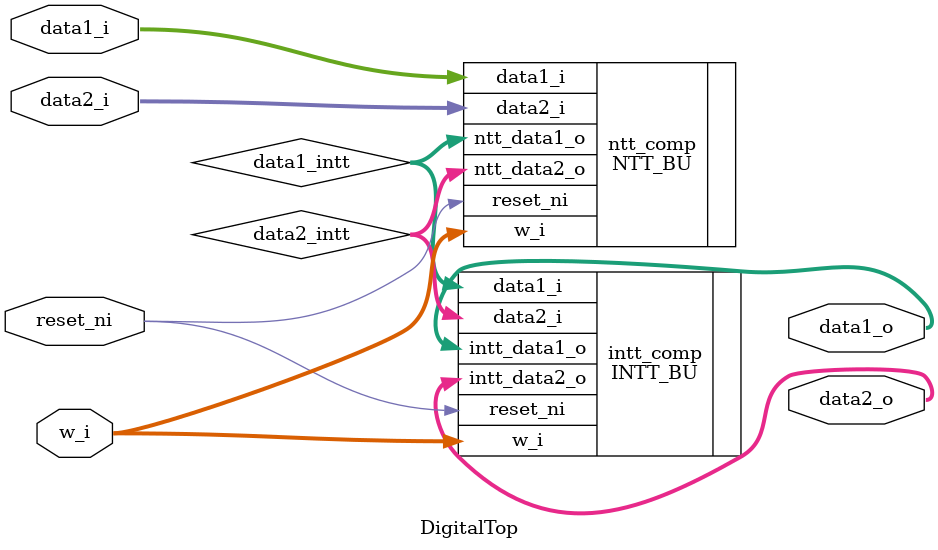
<source format=sv>
module DigitalTop #(
    parameter DATA_WIDTH = 32     
)(
    input logic reset_ni ,
    input logic [DATA_WIDTH-1:0] data1_i , data2_i , w_i ,

    output logic [DATA_WIDTH-1:0] data2_o , data1_o 
);

    logic  [2*DATA_WIDTH-1:0] data1_intt , data2_intt ;
    
    NTT_BU #(.DATA_WIDTH(DATA_WIDTH)) ntt_comp (
        .reset_ni(reset_ni) ,
        .data1_i(data1_i) ,
        .data2_i(data2_i) ,
        .w_i(w_i) ,

        .ntt_data1_o (data1_intt) ,
        .ntt_data2_o (data2_intt) 
    );

    INTT_BU #(.DATA_WIDTH(DATA_WIDTH)) intt_comp (
        .reset_ni(reset_ni) ,
        .data1_i(data1_intt) ,
        .data2_i(data2_intt) ,
        .w_i(w_i) ,

        .intt_data1_o (data1_o) ,
        .intt_data2_o (data2_o) 
    ) ;

endmodule : DigitalTop

</source>
